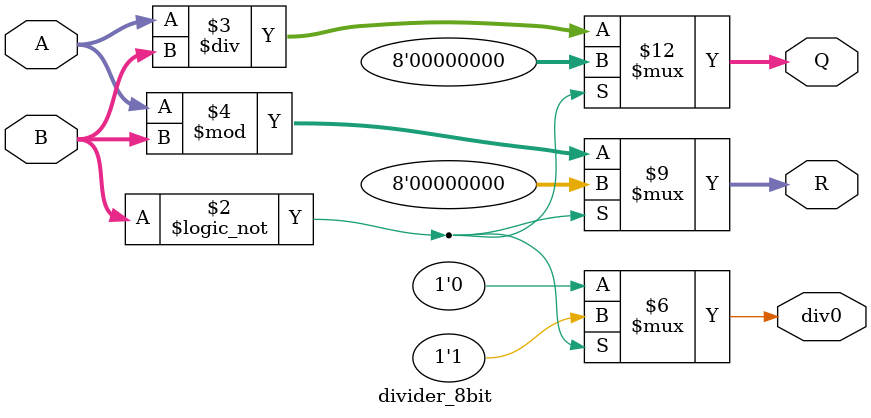
<source format=v>
module divider_8bit (
    input  [7:0] A, B,      // Số bị chia và số chia
    output reg [7:0] Q, R,  // Thương và Số dư
    output reg div0         // Cờ báo lỗi chia cho 0
);
    always @(*) begin
        if (B == 0) begin
            Q    = 0;
            R    = 0;
            div0 = 1'b1; // Lỗi chia 0
        end else begin
            Q    = A / B; // Thương
            R    = A % B; // Số dư
            div0 = 1'b0;  // Không lỗi
        end
    end
endmodule

</source>
